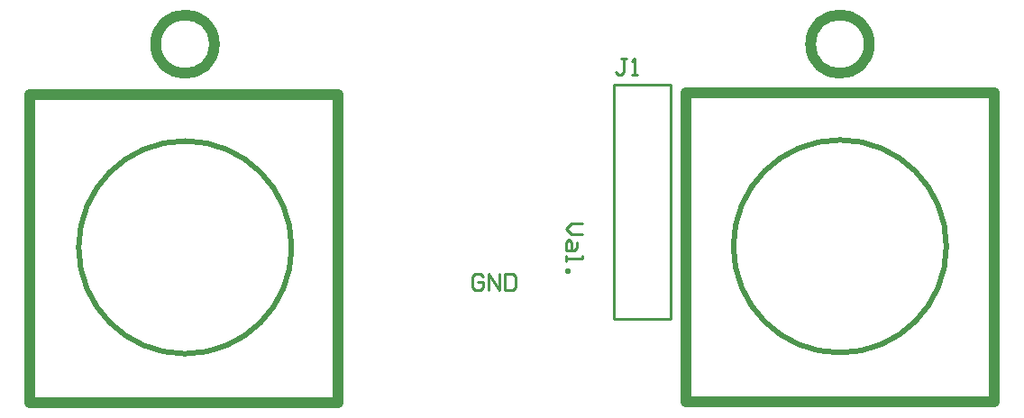
<source format=gto>
G04*
G04 #@! TF.GenerationSoftware,Altium Limited,CircuitMaker,2.2.1 (2.2.1.6)*
G04*
G04 Layer_Color=15132400*
%FSLAX25Y25*%
%MOIN*%
G70*
G04*
G04 #@! TF.SameCoordinates,1CA14471-211C-46C3-BCAE-CC66E2904901*
G04*
G04*
G04 #@! TF.FilePolarity,Positive*
G04*
G01*
G75*
%ADD10C,0.01968*%
%ADD11C,0.03937*%
%ADD12C,0.01000*%
D10*
X114614Y113386D02*
G03*
X114614Y113386I-39370J0D01*
G01*
X356740Y113779D02*
G03*
X356740Y113779I-39370J0D01*
G01*
D11*
X86029Y188583D02*
G03*
X86029Y188583I-10832J0D01*
G01*
X328202Y188583D02*
G03*
X328202Y188583I-10832J0D01*
G01*
X17764Y55905D02*
Y170079D01*
X131937Y55905D02*
Y170079D01*
X17764D02*
X131937D01*
X17764Y55905D02*
X131937D01*
X260284Y56299D02*
Y170473D01*
Y56299D02*
X374457D01*
Y170473D01*
X260284D02*
X374457D01*
D12*
X233858Y87008D02*
Y173622D01*
X254724D01*
Y87008D02*
Y173622D01*
X233858Y87008D02*
X254724D01*
X185314Y102455D02*
X184314Y103455D01*
X182315D01*
X181315Y102455D01*
Y98456D01*
X182315Y97457D01*
X184314D01*
X185314Y98456D01*
Y100456D01*
X183314D01*
X187313Y97457D02*
Y103455D01*
X191312Y97457D01*
Y103455D01*
X193311D02*
Y97457D01*
X196310D01*
X197310Y98456D01*
Y102455D01*
X196310Y103455D01*
X193311D01*
X221959Y122228D02*
X217960D01*
X215961Y120229D01*
X217960Y118230D01*
X221959D01*
X219959Y115231D02*
Y113231D01*
X218960Y112232D01*
X215961D01*
Y115231D01*
X216960Y116230D01*
X217960Y115231D01*
Y112232D01*
X215961Y110232D02*
Y108233D01*
Y109232D01*
X221959D01*
Y110232D01*
X215961Y105234D02*
X216960D01*
Y104234D01*
X215961D01*
Y105234D01*
X238399Y183098D02*
X236399D01*
X237399D01*
Y178100D01*
X236399Y177100D01*
X235400D01*
X234400Y178100D01*
X240398Y177100D02*
X242397D01*
X241398D01*
Y183098D01*
X240398Y182098D01*
M02*

</source>
